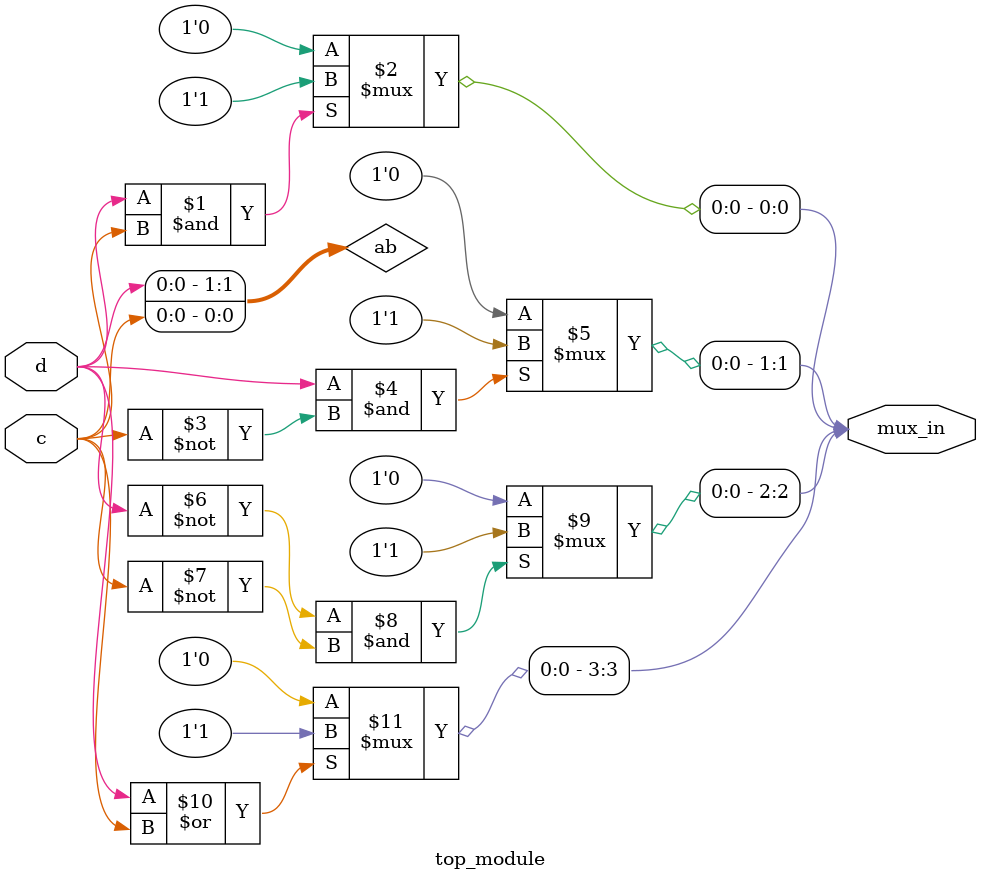
<source format=sv>
module top_module (
    input c,
    input d,
    output [3:0] mux_in
);

wire [1:0] ab;
assign ab[0] = c;
assign ab[1] = d;

assign mux_in[0] = (ab[1] & ab[0]) ? 1'b1 : 1'b0;
assign mux_in[1] = (ab[1] & ~ab[0]) ? 1'b1 : 1'b0;
assign mux_in[2] = (~ab[1] & ~ab[0]) ? 1'b1 : 1'b0;
assign mux_in[3] = (ab[1] | ab[0]) ? 1'b1 : 1'b0;

endmodule

</source>
